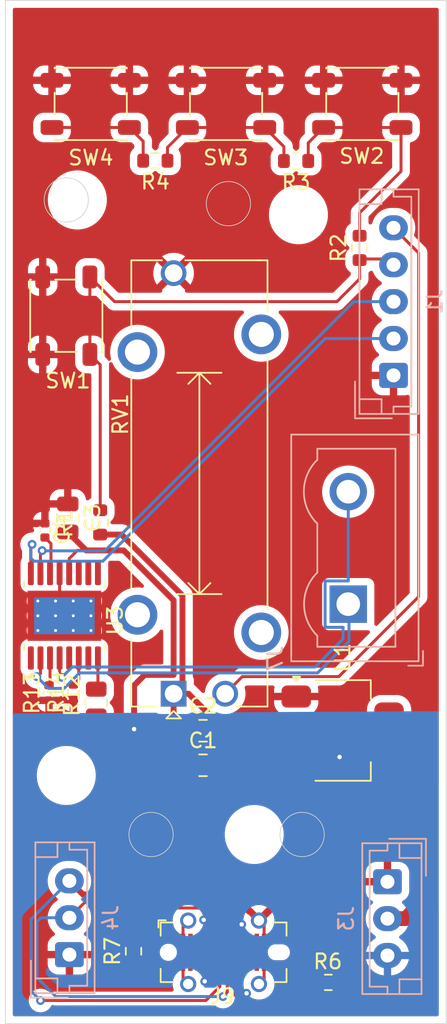
<source format=kicad_pcb>
(kicad_pcb (version 20241229) (generator "pcbnew") (generator_version "9.0")
  (layers (0 "F.Cu" signal) (2 "B.Cu" signal) (13 "F.Paste" user) (15 "B.Paste" user) (5 "F.SilkS" user "F.Silkscreen") (7 "B.SilkS" user "B.Silkscreen") (1 "F.Mask" user) (3 "B.Mask" user) (25 "Edge.Cuts" user))
  (net 0 "")
  (net 1 "GND")
  (net 2 "+5V")
  (net 3 "+3.3V")
  (net 4 "Net-(U3-VINT)")
  (net 5 "/AIN2")
  (net 6 "/AIN1")
  (net 7 "/USB D+")
  (net 8 "/USB D-")
  (net 9 "Net-(J7-Pin_2)")
  (net 10 "Net-(J7-Pin_1)")
  (net 12 "Net-(J9-CC2)")
  (net 13 "Net-(J9-CC1)")
  (net 15 "Net-(U3-~{FAULT})")
  (net 16 "Net-(U3-AISEN)")
  (net 17 "Net-(U3-BISEN)")
  (net 24 "Net-(R2-Pad2)")
  (net 25 "Net-(R3-Pad2)")
  (net 26 "Net-(R4-Pad2)")
  (net 27 "/BTN")
  (net 28 "/POT")
  (footprint "Resistor_SMD:R_0603_1608Metric" (layer "F.Cu") (at 130.04 89.34 180)
    (property "Reference" "R4" (at 0 -1.43 180) (layer "F.SilkS"))
    (property "Value" "1k")
    (pad "1" smd roundrect (at -0.825 0 180) (size 0.8 0.95) (layers "F.Cu" "F.Mask" "F.Paste") (net 25 "Net-(R3-Pad2)"))
    (pad "2" smd roundrect (at 0.825 0 180) (size 0.8 0.95) (layers "F.Cu" "F.Mask" "F.Paste") (net 26 "Net-(R4-Pad2)"))
  )
  (footprint "Capacitor_SMD:C_0805_2012Metric" (layer "F.Cu") (at 133.275 127.97)
    (property "Reference" "C2" (at 0 -1.68 0) (layer "F.SilkS"))
    (property "Value" "10u")
    (pad "1" smd roundrect (at -0.95 0) (size 1 1.45) (layers "F.Cu" "F.Mask" "F.Paste") (net 1 "GND"))
    (pad "2" smd roundrect (at 0.95 0) (size 1 1.45) (layers "F.Cu" "F.Mask" "F.Paste") (net 3 "+3.3V"))
  )
  (footprint "Potentiometer_THT:Potentiometer_Bourns_PTA1543_Single_Slide" (layer "F.Cu") (at 131.28 125.46 90)
    (property "Reference" "RV1" (at 18.93 -3.61 90) (layer "F.SilkS"))
    (property "Value" "Slide Pot")
    (pad "1" thru_hole rect (at 0 0 90) (size 1.75 1.75) (drill 1.2) (layers "*.Cu" "*.Mask") (net 3 "+3.3V"))
    (pad "2" thru_hole circle (at 0 3.5 90) (size 1.75 1.75) (drill 1.2) (layers "*.Cu" "*.Mask") (net 28 "/POT"))
    (pad "3" thru_hole circle (at 28.5 0 90) (size 1.75 1.75) (drill 1.2) (layers "*.Cu" "*.Mask") (net 1 "GND"))
    (pad "MP" thru_hole circle (at 4.15 5.95 90) (size 2.7 2.7) (drill 1.7) (layers "*.Cu" "*.Mask"))
    (pad "MP" thru_hole circle (at 5.35 -2.45 90) (size 2.7 2.7) (drill 1.7) (layers "*.Cu" "*.Mask"))
    (pad "MP" thru_hole circle (at 23.15 -2.45 90) (size 2.7 2.7) (drill 1.7) (layers "*.Cu" "*.Mask"))
    (pad "MP" thru_hole circle (at 24.35 5.95 90) (size 2.7 2.7) (drill 1.7) (layers "*.Cu" "*.Mask"))
  )
  (footprint "Resistor_SMD:R_0402_1005Metric" (layer "F.Cu") (at 122.83 125.4 90)
    (property "Reference" "R13" (at 0 -1.17 90) (layer "F.SilkS"))
    (property "Value" "1")
    (pad "1" smd roundrect (at -0.51 0 90) (size 0.54 0.64) (layers "F.Cu" "F.Mask" "F.Paste") (net 1 "GND"))
    (pad "2" smd roundrect (at 0.51 0 90) (size 0.54 0.64) (layers "F.Cu" "F.Mask" "F.Paste") (net 16 "Net-(U3-AISEN)"))
  )
  (footprint "Package_SO:HTSSOP-16-1EP_4.4x5mm_P0.65mm_EP3.4x5mm_Mask2.46x2.31mm_ThermalVias" (layer "F.Cu") (at 123.87 120.1775 90)
    (property "Reference" "U3" (at -0.3225 3.44 90) (layer "F.SilkS"))
    (property "Value" "DRV8833PWP")
    (pad "1" smd roundrect (at -2.8625 -2.275 90) (size 1.575 0.4) (layers "F.Cu" "F.Mask" "F.Paste"))
    (pad "2" smd roundrect (at -2.8625 -1.625 90) (size 1.575 0.4) (layers "F.Cu" "F.Mask" "F.Paste") (net 10 "Net-(J7-Pin_1)"))
    (pad "3" smd roundrect (at -2.8625 -0.975 90) (size 1.575 0.4) (layers "F.Cu" "F.Mask" "F.Paste") (net 16 "Net-(U3-AISEN)"))
    (pad "4" smd roundrect (at -2.8625 -0.325 90) (size 1.575 0.4) (layers "F.Cu" "F.Mask" "F.Paste") (net 9 "Net-(J7-Pin_2)"))
    (pad "5" smd roundrect (at -2.8625 0.325 90) (size 1.575 0.4) (layers "F.Cu" "F.Mask" "F.Paste"))
    (pad "6" smd roundrect (at -2.8625 0.975 90) (size 1.575 0.4) (layers "F.Cu" "F.Mask" "F.Paste") (net 17 "Net-(U3-BISEN)"))
    (pad "7" smd roundrect (at -2.8625 1.625 90) (size 1.575 0.4) (layers "F.Cu" "F.Mask" "F.Paste"))
    (pad "8" smd roundrect (at -2.8625 2.275 90) (size 1.575 0.4) (layers "F.Cu" "F.Mask" "F.Paste") (net 15 "Net-(U3-~{FAULT})"))
    (pad "9" smd roundrect (at 2.8625 2.275 90) (size 1.575 0.4) (layers "F.Cu" "F.Mask" "F.Paste"))
    (pad "10" smd roundrect (at 2.8625 1.625 90) (size 1.575 0.4) (layers "F.Cu" "F.Mask" "F.Paste"))
    (pad "11" smd roundrect (at 2.8625 0.975 90) (size 1.575 0.4) (layers "F.Cu" "F.Mask" "F.Paste"))
    (pad "12" smd roundrect (at 2.8625 0.325 90) (size 1.575 0.4) (layers "F.Cu" "F.Mask" "F.Paste") (net 2 "+5V"))
    (pad "13" smd roundrect (at 2.8625 -0.325 90) (size 1.575 0.4) (layers "F.Cu" "F.Mask" "F.Paste") (net 1 "GND"))
    (pad "14" smd roundrect (at 2.8625 -0.975 90) (size 1.575 0.4) (layers "F.Cu" "F.Mask" "F.Paste") (net 4 "Net-(U3-VINT)"))
    (pad "15" smd roundrect (at 2.8625 -1.625 90) (size 1.575 0.4) (layers "F.Cu" "F.Mask" "F.Paste") (net 5 "/AIN2"))
    (pad "16" smd roundrect (at 2.8625 -2.275 90) (size 1.575 0.4) (layers "F.Cu" "F.Mask" "F.Paste") (net 6 "/AIN1"))
    (pad "17" thru_hole circle (at -1 -1.8 90) (size 0.5 0.5) (drill 0.2) (property pad_prop_heatsink) (layers "*.Cu") (net 1 "GND"))
    (pad "17" thru_hole circle (at -1 -0.6 90) (size 0.5 0.5) (drill 0.2) (property pad_prop_heatsink) (layers "*.Cu") (net 1 "GND"))
    (pad "17" thru_hole circle (at -1 0.6 90) (size 0.5 0.5) (drill 0.2) (property pad_prop_heatsink) (layers "*.Cu") (net 1 "GND"))
    (pad "17" thru_hole circle (at -1 1.8 90) (size 0.5 0.5) (drill 0.2) (property pad_prop_heatsink) (layers "*.Cu") (net 1 "GND"))
    (pad "17" thru_hole circle (at 0 -1.8 90) (size 0.5 0.5) (drill 0.2) (property pad_prop_heatsink) (layers "*.Cu") (net 1 "GND"))
    (pad "17" thru_hole circle (at 0 -0.6 90) (size 0.5 0.5) (drill 0.2) (property pad_prop_heatsink) (layers "*.Cu") (net 1 "GND"))
    (pad "17" smd rect (at 0 0 90) (size 2.5 4.1) (property pad_prop_heatsink) (layers "B.Cu") (net 1 "GND"))
    (pad "17" smd rect (at 0 0 90) (size 3.4 5) (property pad_prop_heatsink) (layers "F.Cu") (net 1 "GND"))
    (pad "17" thru_hole circle (at 0 0.6 90) (size 0.5 0.5) (drill 0.2) (property pad_prop_heatsink) (layers "*.Cu") (net 1 "GND"))
    (pad "17" thru_hole circle (at 0 1.8 90) (size 0.5 0.5) (drill 0.2) (property pad_prop_heatsink) (layers "*.Cu") (net 1 "GND"))
    (pad "17" thru_hole circle (at 1 -1.8 90) (size 0.5 0.5) (drill 0.2) (property pad_prop_heatsink) (layers "*.Cu") (net 1 "GND"))
    (pad "17" thru_hole circle (at 1 -0.6 90) (size 0.5 0.5) (drill 0.2) (property pad_prop_heatsink) (layers "*.Cu") (net 1 "GND"))
    (pad "17" thru_hole circle (at 1 0.6 90) (size 0.5 0.5) (drill 0.2) (property pad_prop_heatsink) (layers "*.Cu") (net 1 "GND"))
    (pad "17" thru_hole circle (at 1 1.8 90) (size 0.5 0.5) (drill 0.2) (property pad_prop_heatsink) (layers "*.Cu") (net 1 "GND"))
  )
  (footprint "Capacitor_SMD:C_0402_1005Metric" (layer "F.Cu") (at 122.55 114.3975 -90)
    (property "Reference" "C4" (at 0 -1.16 90) (layer "F.SilkS"))
    (property "Value" "2.2u")
    (pad "1" smd roundrect (at -0.48 0 270) (size 0.56 0.62) (layers "F.Cu" "F.Mask" "F.Paste") (net 1 "GND"))
    (pad "2" smd roundrect (at 0.48 0 270) (size 0.56 0.62) (layers "F.Cu" "F.Mask" "F.Paste") (net 4 "Net-(U3-VINT)"))
  )
  (footprint "Capacitor_SMD:C_0805_2012Metric" (layer "F.Cu") (at 133.275 130.31)
    (property "Reference" "C1" (at 0 -1.68 0) (layer "F.SilkS"))
    (property "Value" "10u")
    (pad "1" smd roundrect (at -0.95 0) (size 1 1.45) (layers "F.Cu" "F.Mask" "F.Paste") (net 1 "GND"))
    (pad "2" smd roundrect (at 0.95 0) (size 1 1.45) (layers "F.Cu" "F.Mask" "F.Paste") (net 2 "+5V"))
  )
  (footprint "Package_TO_SOT_SMD:SOT-223-3_TabPin2" (layer "F.Cu") (at 142.75 127.95)
    (property "Reference" "U1" (at 0 -4.93 90) (layer "F.SilkS"))
    (property "Value" "NCP1117")
    (pad "1" smd roundrect (at -3.15 -2.3) (size 2 1.5) (layers "F.Cu" "F.Mask" "F.Paste") (net 1 "GND"))
    (pad "2" smd roundrect (at -3.15 0) (size 2 1.5) (layers "F.Cu" "F.Mask" "F.Paste") (net 3 "+3.3V"))
    (pad "2" smd roundrect (at 3.15 0) (size 2 3.8) (layers "F.Cu" "F.Mask" "F.Paste") (net 3 "+3.3V"))
    (pad "3" smd roundrect (at -3.15 2.3) (size 2 1.5) (layers "F.Cu" "F.Mask" "F.Paste") (net 2 "+5V"))
  )
  (footprint "Resistor_SMD:R_0603_1608Metric" (layer "F.Cu") (at 141.77576 145.02224 180)
    (property "Reference" "R6" (at 0.035 1.41 0) (layer "F.SilkS"))
    (property "Value" "5.1k")
    (pad "1" smd roundrect (at -0.825 0 180) (size 0.8 0.95) (layers "F.Cu" "F.Mask" "F.Paste") (net 1 "GND"))
    (pad "2" smd roundrect (at 0.825 0 180) (size 0.8 0.95) (layers "F.Cu" "F.Mask" "F.Paste") (net 12 "Net-(J9-CC2)"))
  )
  (footprint "Resistor_SMD:R_0603_1608Metric" (layer "F.Cu") (at 139.59 89.36 180)
    (property "Reference" "R3" (at 0 -1.43 180) (layer "F.SilkS"))
    (property "Value" "1k")
    (pad "1" smd roundrect (at -0.825 0 180) (size 0.8 0.95) (layers "F.Cu" "F.Mask" "F.Paste") (net 24 "Net-(R2-Pad2)"))
    (pad "2" smd roundrect (at 0.825 0 180) (size 0.8 0.95) (layers "F.Cu" "F.Mask" "F.Paste") (net 25 "Net-(R3-Pad2)"))
  )
  (footprint "Button_Switch_SMD:SW_SPST_PTS647_Sx38" (layer "F.Cu") (at 144.085 85.49 180)
    (property "Reference" "SW2" (at 0.035 -3.54 0) (layer "F.SilkS"))
    (property "Value" "Increment")
    (pad "1" smd roundrect (at -2.625 -1.6 180) (size 1.55 1) (layers "F.Cu" "F.Mask" "F.Paste") (net 24 "Net-(R2-Pad2)"))
    (pad "1" smd roundrect (at 2.625 -1.6 180) (size 1.55 1) (layers "F.Cu" "F.Mask" "F.Paste") (net 24 "Net-(R2-Pad2)"))
    (pad "2" smd roundrect (at -2.625 1.6 180) (size 1.55 1) (layers "F.Cu" "F.Mask" "F.Paste") (net 1 "GND"))
    (pad "2" smd roundrect (at 2.625 1.6 180) (size 1.55 1) (layers "F.Cu" "F.Mask" "F.Paste") (net 1 "GND"))
  )
  (footprint "Button_Switch_SMD:SW_SPST_PTS647_Sx38" (layer "F.Cu") (at 124 99.845 -90)
    (property "Reference" "SW1" (at 4.405 -0.11 0) (layer "F.SilkS"))
    (property "Value" "Trigger")
    (pad "1" smd roundrect (at -2.625 -1.6 270) (size 1.55 1) (layers "F.Cu" "F.Mask" "F.Paste") (net 27 "/BTN"))
    (pad "1" smd roundrect (at 2.625 -1.6 270) (size 1.55 1) (layers "F.Cu" "F.Mask" "F.Paste") (net 27 "/BTN"))
    (pad "2" smd roundrect (at -2.625 1.6 270) (size 1.55 1) (layers "F.Cu" "F.Mask" "F.Paste") (net 1 "GND"))
    (pad "2" smd roundrect (at 2.625 1.6 270) (size 1.55 1) (layers "F.Cu" "F.Mask" "F.Paste") (net 1 "GND"))
  )
  (footprint "Resistor_SMD:R_0805_2012Metric" (layer "F.Cu") (at 126.03 126.0625 90)
    (property "Reference" "R12" (at 0.5125 -1.65 90) (layer "F.SilkS"))
    (property "Value" "10k")
    (pad "1" smd roundrect (at -0.9125 0 90) (size 1.025 1.4) (layers "F.Cu" "F.Mask" "F.Paste") (roundrect_rratio 0.243902) (net 3 "+3.3V"))
    (pad "2" smd roundrect (at 0.9125 0 90) (size 1.025 1.4) (layers "F.Cu" "F.Mask" "F.Paste") (roundrect_rratio 0.243902) (net 15 "Net-(U3-~{FAULT})"))
  )
  (footprint "Resistor_SMD:R_0402_1005Metric" (layer "F.Cu") (at 124.48 125.36 90)
    (property "Reference" "R14" (at 0 -1.17 90) (layer "F.SilkS"))
    (property "Value" "1")
    (pad "1" smd roundrect (at -0.51 0 90) (size 0.54 0.64) (layers "F.Cu" "F.Mask" "F.Paste") (net 1 "GND"))
    (pad "2" smd roundrect (at 0.51 0 90) (size 0.54 0.64) (layers "F.Cu" "F.Mask" "F.Paste") (net 17 "Net-(U3-BISEN)"))
  )
  (footprint "Capacitor_SMD:C_0805_2012Metric" (layer "F.Cu") (at 124.1 113.55 -90)
    (property "Reference" "C3" (at 0 -1.68 90) (layer "F.SilkS"))
    (property "Value" "10u")
    (pad "1" smd roundrect (at -0.95 0 270) (size 1 1.45) (layers "F.Cu" "F.Mask" "F.Paste") (net 1 "GND"))
    (pad "2" smd roundrect (at 0.95 0 270) (size 1 1.45) (layers "F.Cu" "F.Mask" "F.Paste") (net 2 "+5V"))
  )
  (footprint "Resistor_SMD:R_0603_1608Metric" (layer "F.Cu") (at 143.9 95.25 90)
    (property "Reference" "R2" (at 0 -1.43 90) (layer "F.SilkS"))
    (property "Value" "1k")
    (pad "1" smd roundrect (at -0.825 0 90) (size 0.8 0.95) (layers "F.Cu" "F.Mask" "F.Paste") (net 27 "/BTN"))
    (pad "2" smd roundrect (at 0.825 0 90) (size 0.8 0.95) (layers "F.Cu" "F.Mask" "F.Paste") (net 24 "Net-(R2-Pad2)"))
  )
  (footprint "Connector_USB:USB_C_Receptacle_GCT_USB4115-03-C" (layer "F.Cu") (at 134.67076 142.98224)
    (property "Reference" "J9" (at -0.05 2.98 0) (layer "F.SilkS"))
    (property "Value" "USBC_RECP")
    (pad "" np_thru_hole circle (at -3.75 0) (size 0.66 0.66) (drill 0.66) (layers "*.Cu" "*.Mask"))
    (pad "" np_thru_hole oval (at 3.75 0) (size 1 0.58) (drill oval 1 0.58) (layers "*.Cu" "*.Mask"))
    (pad "A1" smd rect (at -2.75 -0.835) (size 0.3 0.85) (layers "F.Cu" "F.Mask" "F.Paste") (net 1 "GND"))
    (pad "A2" smd rect (at -2.25 -0.835) (size 0.3 0.85) (layers "F.Cu" "F.Mask" "F.Paste"))
    (pad "A3" smd rect (at -1.75 -0.835) (size 0.3 0.85) (layers "F.Cu" "F.Mask" "F.Paste"))
    (pad "A4" smd rect (at -1.25 -0.835) (size 0.3 0.85) (layers "F.Cu" "F.Mask" "F.Paste") (net 2 "+5V"))
    (pad "A5" smd rect (at -0.75 -0.835) (size 0.3 0.85) (layers "F.Cu" "F.Mask" "F.Paste") (net 13 "Net-(J9-CC1)"))
    (pad "A6" smd rect (at -0.25 -0.835) (size 0.3 0.85) (layers "F.Cu" "F.Mask" "F.Paste") (net 7 "/USB D+"))
    (pad "A7" smd rect (at 0.25 -0.835) (size 0.3 0.85) (layers "F.Cu" "F.Mask" "F.Paste") (net 8 "/USB D-"))
    (pad "A8" smd rect (at 0.75 -0.835) (size 0.3 0.85) (layers "F.Cu" "F.Mask" "F.Paste"))
    (pad "A9" smd rect (at 1.25 -0.835) (size 0.3 0.85) (layers "F.Cu" "F.Mask" "F.Paste") (net 2 "+5V"))
    (pad "A10" smd rect (at 1.75 -0.835) (size 0.3 0.85) (layers "F.Cu" "F.Mask" "F.Paste"))
    (pad "A11" smd rect (at 2.25 -0.835) (size 0.3 0.85) (layers "F.Cu" "F.Mask" "F.Paste"))
    (pad "A12" smd rect (at 2.75 -0.835) (size 0.3 0.85) (layers "F.Cu" "F.Mask" "F.Paste") (net 1 "GND"))
    (pad "B1" smd rect (at 2.75 0.835) (size 0.3 0.85) (layers "F.Cu" "F.Mask" "F.Paste") (net 1 "GND"))
    (pad "B2" smd rect (at 2.25 0.835) (size 0.3 0.85) (layers "F.Cu" "F.Mask" "F.Paste"))
    (pad "B3" smd rect (at 1.75 0.835) (size 0.3 0.85) (layers "F.Cu" "F.Mask" "F.Paste"))
    (pad "B4" smd rect (at 1.25 0.835) (size 0.3 0.85) (layers "F.Cu" "F.Mask" "F.Paste") (net 2 "+5V"))
    (pad "B5" smd rect (at 0.75 0.835) (size 0.3 0.85) (layers "F.Cu" "F.Mask" "F.Paste") (net 12 "Net-(J9-CC2)"))
    (pad "B6" smd rect (at 0.25 0.835) (size 0.3 0.85) (layers "F.Cu" "F.Mask" "F.Paste") (net 7 "/USB D+"))
    (pad "B7" smd rect (at -0.25 0.835) (size 0.3 0.85) (layers "F.Cu" "F.Mask" "F.Paste") (net 8 "/USB D-"))
    (pad "B8" smd rect (at -0.75 0.835) (size 0.3 0.85) (layers "F.Cu" "F.Mask" "F.Paste"))
    (pad "B9" smd rect (at -1.25 0.835) (size 0.3 0.85) (layers "F.Cu" "F.Mask" "F.Paste") (net 2 "+5V"))
    (pad "B10" smd rect (at -1.75 0.835) (size 0.3 0.85) (layers "F.Cu" "F.Mask" "F.Paste"))
    (pad "B11" smd rect (at -2.25 0.835) (size 0.3 0.85) (layers "F.Cu" "F.Mask" "F.Paste"))
    (pad "B12" smd rect (at -2.75 0.835) (size 0.3 0.85) (layers "F.Cu" "F.Mask" "F.Paste") (net 1 "GND"))
    (pad "S1" thru_hole circle (at -2.4 -2.15) (size 1.1 1.1) (drill 0.7) (property pad_prop_heatsink) (layers "*.Cu" "*.Mask" "F.Paste") (net 1 "GND"))
    (pad "S1" thru_hole circle (at -2.4 2.15) (size 1.1 1.1) (drill 0.7) (property pad_prop_heatsink) (layers "*.Cu" "*.Mask" "F.Paste") (net 1 "GND"))
    (pad "S1" thru_hole circle (at 2.4 -2.15) (size 1.1 1.1) (drill 0.7) (property pad_prop_heatsink) (layers "*.Cu" "*.Mask" "F.Paste") (net 1 "GND"))
    (pad "S1" thru_hole circle (at 2.4 2.15) (size 1.1 1.1) (drill 0.7) (property pad_prop_heatsink) (layers "*.Cu" "*.Mask" "F.Paste") (net 1 "GND"))
    (zone (net 0) (net_name "") (layer "F.Cu") (name "peg") (connect_pads (clearance 0)) (min_thickness 0.254)
      (keepout (tracks allowed) (vias allowed) (pads not_allowed) (copperpour not_allowed) (footprints not_allowed))
      (fill (thermal_gap 0.508) (thermal_bridge_width 0.508))
      (polygon (pts (xy 135.47076 141.18224) (xy 133.87076 141.18224) (xy 133.87076 140.48224) (xy 135.47076 140.48224)))
    )
    (zone (net 0) (net_name "") (layer "F.Cu") (name "peg") (connect_pads (clearance 0)) (min_thickness 0.254)
      (keepout (tracks allowed) (vias allowed) (pads not_allowed) (copperpour not_allowed) (footprints not_allowed))
      (fill (thermal_gap 0.508) (thermal_bridge_width 0.508))
      (polygon (pts (xy 135.47076 145.48224) (xy 133.87076 145.48224) (xy 133.87076 144.78224) (xy 135.47076 144.78224)))
    )
  )
  (footprint "Button_Switch_SMD:SW_SPST_PTS647_Sx38" (layer "F.Cu") (at 134.84 85.49 180)
    (property "Reference" "SW3" (at 0.02 -3.64 0) (layer "F.SilkS"))
    (property "Value" "Reset")
    (pad "1" smd roundrect (at -2.625 -1.6 180) (size 1.55 1) (layers "F.Cu" "F.Mask" "F.Paste") (net 25 "Net-(R3-Pad2)"))
    (pad "1" smd roundrect (at 2.625 -1.6 180) (size 1.55 1) (layers "F.Cu" "F.Mask" "F.Paste") (net 25 "Net-(R3-Pad2)"))
    (pad "2" smd roundrect (at -2.625 1.6 180) (size 1.55 1) (layers "F.Cu" "F.Mask" "F.Paste") (net 1 "GND"))
    (pad "2" smd roundrect (at 2.625 1.6 180) (size 1.55 1) (layers "F.Cu" "F.Mask" "F.Paste") (net 1 "GND"))
  )
  (footprint "Resistor_SMD:R_0603_1608Metric" (layer "F.Cu") (at 126.3 113.85 90)
    (property "Reference" "R1" (at -0.0775 -2.41 90) (layer "F.SilkS"))
    (property "Value" "1k")
    (pad "1" smd roundrect (at -0.825 0 90) (size 0.8 0.95) (layers "F.Cu" "F.Mask" "F.Paste") (net 3 "+3.3V"))
    (pad "2" smd roundrect (at 0.825 0 90) (size 0.8 0.95) (layers "F.Cu" "F.Mask" "F.Paste") (net 27 "/BTN"))
  )
  (footprint "Button_Switch_SMD:SW_SPST_PTS647_Sx38" (layer "F.Cu") (at 125.655 85.49 180)
    (property "Reference" "SW4" (at -0.01 -3.65 0) (layer "F.SilkS"))
    (property "Value" "Decrement")
    (pad "1" smd roundrect (at -2.625 -1.6 180) (size 1.55 1) (layers "F.Cu" "F.Mask" "F.Paste") (net 26 "Net-(R4-Pad2)"))
    (pad "1" smd roundrect (at 2.625 -1.6 180) (size 1.55 1) (layers "F.Cu" "F.Mask" "F.Paste") (net 26 "Net-(R4-Pad2)"))
    (pad "2" smd roundrect (at -2.625 1.6 180) (size 1.55 1) (layers "F.Cu" "F.Mask" "F.Paste") (net 1 "GND"))
    (pad "2" smd roundrect (at 2.625 1.6 180) (size 1.55 1) (layers "F.Cu" "F.Mask" "F.Paste") (net 1 "GND"))
  )
  (footprint "Resistor_SMD:R_0603_1608Metric" (layer "F.Cu") (at 128.56076 142.91224 90)
    (property "Reference" "R7" (at 0 -1.43 90) (layer "F.SilkS"))
    (property "Value" "5.1k")
    (pad "1" smd roundrect (at -0.825 0 90) (size 0.8 0.95) (layers "F.Cu" "F.Mask" "F.Paste") (net 1 "GND"))
    (pad "2" smd roundrect (at 0.825 0 90) (size 0.8 0.95) (layers "F.Cu" "F.Mask" "F.Paste") (net 13 "Net-(J9-CC1)"))
  )
  (footprint "Connector_JST:JST_EH_B3B-EH-A_1x03_P2.50mm_Vertical" (layer "B.Cu") (at 145.79076 138.20224 -90)
    (property "Reference" "J3" (at 2.5 2.8 90) (layer "B.SilkS") (effects (justify mirror)))
    (property "Value" "Power")
    (pad "1" thru_hole roundrect (at 0 0 270) (size 1.7 1.95) (drill 0.95) (layers "*.Cu" "*.Mask") (roundrect_rratio 0.147059) (net 1 "GND"))
    (pad "2" thru_hole oval (at 2.5 0 270) (size 1.7 1.95) (drill 0.95) (layers "*.Cu" "*.Mask") (net 3 "+3.3V"))
    (pad "3" thru_hole oval (at 5 0 270) (size 1.7 1.95) (drill 0.95) (layers "*.Cu" "*.Mask") (net 2 "+5V"))
  )
  (footprint "TerminalBlock_Wuerth:Wuerth_691311400102_P7.62mm" (layer "B.Cu") (at 143.13 119.39 90)
    (property "Reference" "J7" (at -3.69 -4.96 90) (layer "B.SilkS") (effects (justify mirror)))
    (property "Value" "DC Motor Terminal")
    (pad "1" thru_hole rect (at 0 0 90) (size 2.54 2.54) (drill 1.6) (layers "*.Cu" "*.Mask") (net 10 "Net-(J7-Pin_1)"))
    (pad "2" thru_hole circle (at 7.62 0 90) (size 2.54 2.54) (drill 1.6) (layers "*.Cu" "*.Mask") (net 9 "Net-(J7-Pin_2)"))
  )
  (footprint "Connector_JST:JST_EH_B3B-EH-A_1x03_P2.50mm_Vertical" (layer "B.Cu") (at 124.21076 143.14224 90)
    (property "Reference" "J4" (at 2.5 2.8 90) (layer "B.SilkS") (effects (justify mirror)))
    (property "Value" "USB Data")
    (pad "1" thru_hole roundrect (at 0 0 90) (size 1.7 1.95) (drill 0.95) (layers "*.Cu" "*.Mask") (roundrect_rratio 0.147059) (net 1 "GND"))
    (pad "2" thru_hole oval (at 2.5 0 90) (size 1.7 1.95) (drill 0.95) (layers "*.Cu" "*.Mask") (net 7 "/USB D+"))
    (pad "3" thru_hole oval (at 5 0 90) (size 1.7 1.95) (drill 0.95) (layers "*.Cu" "*.Mask") (net 8 "/USB D-"))
  )
  (footprint "Connector_JST:JST_EH_B5B-EH-A_1x05_P2.50mm_Vertical" (layer "B.Cu") (at 146.2 103.89 90)
    (property "Reference" "J1" (at 5 2.8 270) (layer "B.SilkS") (effects (justify mirror)))
    (property "Value" "MCU Controls")
    (pad "1" thru_hole roundrect (at 0 0 90) (size 1.7 1.95) (drill 0.95) (layers "*.Cu" "*.Mask") (roundrect_rratio 0.147059) (net 1 "GND"))
    (pad "2" thru_hole oval (at 2.5 0 90) (size 1.7 1.95) (drill 0.95) (layers "*.Cu" "*.Mask") (net 6 "/AIN1"))
    (pad "3" thru_hole oval (at 5 0 90) (size 1.7 1.95) (drill 0.95) (layers "*.Cu" "*.Mask") (net 5 "/AIN2"))
    (pad "4" thru_hole oval (at 7.5 0 90) (size 1.7 1.95) (drill 0.95) (layers "*.Cu" "*.Mask") (net 27 "/BTN"))
    (pad "5" thru_hole oval (at 10 0 90) (size 1.7 1.95) (drill 0.95) (layers "*.Cu" "*.Mask") (net 28 "/POT"))
  )
  (gr_circle (center 140 135) (end 141.5 135) (stroke (width 0.05)) (fill no) (layer "Edge.Cuts"))
  (gr_circle (center 135 92.25) (end 136.5 92.25) (stroke (width 0.05)) (fill no) (layer "Edge.Cuts"))
  (gr_rect (start 119.87 78.48) (end 149.77 147.82) (stroke (width 0.05)) (fill no) (layer "Edge.Cuts"))
  (gr_circle (center 124 92) (end 125.5 92) (stroke (width 0.05)) (fill no) (layer "Edge.Cuts"))
  (gr_circle (center 129.75 135) (end 131.25 135) (stroke (width 0.05)) (fill no) (layer "Edge.Cuts"))
  (segment (start 132.03076 140.59224) (end 132.27076 140.83224) (width 0.2) (layer "F.Cu") (net 1))
  (segment (start 131.92076 141.18224) (end 132.27076 140.83224) (width 0.2) (layer "F.Cu") (net 1))
  (segment (start 131.92076 143.81724) (end 131.15576 143.81724) (width 0.2) (layer "F.Cu") (net 1))
  (segment (start 137.07076 140.83224) (end 137.24076 140.66224) (width 0.2) (layer "F.Cu") (net 1))
  (segment (start 137.42076 141.18224) (end 137.42076 142.14724) (width 0.2) (layer "F.Cu") (net 1))
  (segment (start 137.42076 144.78224) (end 137.07076 145.13224) (width 0.2) (layer "F.Cu") (net 1))
  (segment (start 137.42076 143.81724) (end 137.81576 143.81724) (width 0.2) (layer "F.Cu") (net 1))
  (segment (start 145.79076 138.20224) (end 145.78076 138.19224) (width 1) (layer "F.Cu") (net 1))
  (segment (start 123.545 117.315) (end 123.545 119.8525) (width 0.2) (layer "F.Cu") (net 1))
  (segment (start 131.92076 142.14724) (end 131.14576 142.14724) (width 0.2) (layer "F.Cu") (net 1))
  (segment (start 131.92076 142.14724) (end 131.92076 143.81724) (width 0.2) (layer "F.Cu") (net 1))
  (segment (start 137.82576 142.14724) (end 138.36076 141.61224) (width 0.2) (layer "F.Cu") (net 1))
  (segment (start 137.07076 140.83224) (end 137.42076 141.18224) (width 0.2) (layer "F.Cu") (net 1))
  (segment (start 145.83076 138.16224) (end 145.79076 138.20224) (width 1) (layer "F.Cu") (net 1))
  (segment (start 131.14576 142.14724) (end 130.86076 141.86224) (width 0.2) (layer "F.Cu") (net 1))
  (segment (start 131.15576 143.81724) (end 130.86076 144.11224) (width 0.2) (layer "F.Cu") (net 1))
  (segment (start 137.42076 142.14724) (end 137.82576 142.14724) (width 0.2) (layer "F.Cu") (net 1))
  (segment (start 131.92076 143.81724) (end 131.92076 144.78224) (width 0.2) (layer "F.Cu") (net 1))
  (segment (start 124.21076 142.60108) (end 124.21076 143.14224) (width 0.2) (layer "F.Cu") (net 1))
  (segment (start 124.21076 143.36224) (end 124.21076 143.14224) (width 0.2) (layer "F.Cu") (net 1))
  (segment (start 137.81576 143.81724) (end 138.36076 144.36224) (width 0.2) (layer "F.Cu") (net 1))
  (segment (start 131.92076 144.78224) (end 132.27076 145.13224) (width 0.2) (layer "F.Cu") (net 1))
  (segment (start 137.42076 143.81724) (end 137.42076 144.78224) (width 0.2) (layer "F.Cu") (net 1))
  (segment (start 131.92076 142.14724) (end 131.92076 141.18224) (width 0.2) (layer "F.Cu") (net 1))
  (segment (start 124.485 119.8525) (end 124.16 120.1775) (width 0.2) (layer "B.Cu") (net 1))
  (segment (start 134.75 130.31) (end 134.81 130.25) (width 0.8) (layer "F.Cu") (net 2))
  (segment (start 133.42076 142.14724) (end 133.42076 140.89077) (width 0.2) (layer "F.Cu") (net 2))
  (segment (start 129.316 124.184) (end 131.28 124.184) (width 0.4) (layer "F.Cu") (net 2))
  (segment (start 124.195 117.315) (end 124.195 116.305) (width 0.2) (layer "F.Cu") (net 2))
  (segment (start 124.195 114.595) (end 124.1 114.5) (width 0.2) (layer "F.Cu") (net 2))
  (segment (start 133.42076 144.92224) (end 133.39076 144.95224) (width 0.2) (layer "F.Cu") (net 2))
  (segment (start 124.75 115.75) (end 125.35 115.75) (width 0.2) (layer "F.Cu") (net 2))
  (segment (start 142.04 130.25) (end 142.54 129.75) (width 0.4) (layer "F.Cu") (net 2))
  (segment (start 124.2 117.31) (end 124.195 117.315) (width 0.2) (layer "F.Cu") (net 2))
  (segment (start 133.42076 140.89077) (end 133.319907 140.789917) (width 0.2) (layer "F.Cu") (net 2))
  (segment (start 136.230759 145.76224) (end 135.92076 145.452241) (width 0.2) (layer "F.Cu") (net 2))
  (segment (start 125.35 115.75) (end 124.1 114.5) (width 0.4) (layer "F.Cu") (net 2))
  (segment (start 124.25 114.65) (end 124.1 114.5) (width 0.2) (layer "F.Cu") (net 2))
  (segment (start 139.6 130.25) (end 142.04 130.25) (width 0.4) (layer "F.Cu") (net 2))
  (segment (start 135.92076 145.452241) (end 135.92076 143.81724) (width 0.2) (layer "F.Cu") (net 2))
  (segment (start 131.28 124.184) (end 131.28 119.13) (width 0.4) (layer "F.Cu") (net 2))
  (segment (start 128.6 127.86) (end 128.6 124.9) (width 0.4) (layer "F.Cu") (net 2))
  (segment (start 135.90076 141.09224) (end 135.90076 142.12724) (width 0.2) (layer "F.Cu") (net 2))
  (segment (start 127.9 115.75) (end 125.35 115.75) (width 0.4) (layer "F.Cu") (net 2))
  (segment (start 128.6 124.9) (end 129.316 124.184) (width 0.4) (layer "F.Cu") (net 2))
  (segment (start 134.81 130.25) (end 139.6 130.25) (width 0.8) (layer "F.Cu") (net 2))
  (segment (start 135.90076 142.12724) (end 135.92076 142.14724) (width 0.2) (layer "F.Cu") (net 2))
  (segment (start 139.59 130.26) (end 139.6 130.25) (width 0.4) (layer "F.Cu") (net 2))
  (segment (start 133.42076 143.81724) (end 133.42076 144.92224) (width 0.2) (layer "F.Cu") (net 2))
  (segment (start 124.195 116.305) (end 124.75 115.75) (width 0.2) (layer "F.Cu") (net 2))
  (segment (start 131.28 119.13) (end 127.9 115.75) (width 0.4) (layer "F.Cu") (net 2))
  (via (at 133.319907 140.789917) (size 0.6) (drill 0.3) (layers "F.Cu" "B.Cu") (net 2))
  (via (at 128.6 127.86) (size 0.8) (drill 0.3) (layers "F.Cu" "B.Cu") (net 2))
  (via (at 136.230759 145.76224) (size 0.6) (drill 0.3) (layers "F.Cu" "B.Cu") (net 2))
  (via (at 142.54 129.75) (size 0.8) (drill 0.3) (layers "F.Cu" "B.Cu") (net 2))
  (via (at 133.39076 144.95224) (size 0.6) (drill 0.3) (layers "F.Cu" "B.Cu") (net 2))
  (via (at 135.90076 141.09224) (size 0.6) (drill 0.3) (layers "F.Cu" "B.Cu") (net 2))
  (segment (start 127.75 114.675) (end 126.3 114.675) (width 0.4) (layer "F.Cu") (net 3))
  (segment (start 131.28 125.46) (end 131.28 126.97) (width 0.4) (layer "F.Cu") (net 3))
  (segment (start 131.28 126.97) (end 129.589 128.661) (width 0.4) (layer "F.Cu") (net 3))
  (segment (start 145.79076 140.70224) (end 147.02076 140.70224) (width 1) (layer "F.Cu") (net 3))
  (segment (start 145.93 127.98) (end 145.9 127.95) (width 1) (layer "F.Cu") (net 3))
  (segment (start 131.28 125.46) (end 131.881 124.859) (width 0.4) (layer "F.Cu") (net 3))
  (segment (start 132.29 125.46) (end 133.25 126.42) (width 0.4) (layer "F.Cu") (net 3))
  (segment (start 145.9 128.18) (end 145.9 127.95) (width 0.2) (layer "F.Cu") (net 3))
  (segment (start 148.11076 136.61224) (end 148.11076 132.11076) (width 1) (layer "F.Cu") (net 3))
  (segment (start 134.225 127.97) (end 134.225 127.395) (width 0.4) (layer "F.Cu") (net 3))
  (segment (start 148.11076 139.61224) (end 148.11076 136.61224) (width 1) (layer "F.Cu") (net 3))
  (segment (start 129.589 128.661) (end 127.716 128.661) (width 0.4) (layer "F.Cu") (net 3))
  (segment (start 131.881 118.806) (end 127.75 114.675) (width 0.4) (layer "F.Cu") (net 3))
  (segment (start 147.02076 140.70224) (end 148.11076 139.61224) (width 1) (layer "F.Cu") (net 3))
  (segment (start 139.58 127.97) (end 139.6 127.95) (width 0.2) (layer "F.Cu") (net 3))
  (segment (start 131.881 124.859) (end 131.881 118.806) (width 0.4) (layer "F.Cu") (net 3))
  (segment (start 145.9 127.95) (end 139.6 127.95) (width 1) (layer "F.Cu") (net 3))
  (segment (start 134.75 127.97) (end 139.58 127.97) (width 1) (layer "F.Cu") (net 3))
  (segment (start 134.225 127.395) (end 133.25 126.42) (width 0.4) (layer "F.Cu") (net 3))
  (segment (start 131.28 125.46) (end 132.29 125.46) (width 0.4) (layer "F.Cu") (net 3))
  (segment (start 127.716 128.661) (end 126.03 126.975) (width 0.4) (layer "F.Cu") (net 3))
  (segment (start 145.93 129.93) (end 145.93 127.98) (width 1) (layer "F.Cu") (net 3))
  (segment (start 148.11076 132.11076) (end 145.93 129.93) (width 1) (layer "F.Cu") (net 3))
  (segment (start 145.30076 140.64224) (end 145.34076 140.68224) (width 0.2) (layer "F.Cu") (net 3))
  (segment (start 122.55 114.8775) (end 122.960025 115.287525) (width 0.2) (layer "F.Cu") (net 4))
  (segment (start 122.960025 117.249975) (end 122.895 117.315) (width 0.2) (layer "F.Cu") (net 4))
  (segment (start 122.960025 115.287525) (end 122.960025 117.249975) (width 0.2) (layer "F.Cu") (net 4))
  (segment (start 122.245 117.315) (end 122.245 115.877024) (width 0.2) (layer "F.Cu") (net 5))
  (segment (start 122.245 115.877024) (end 122.359025 115.762999) (width 0.2) (layer "F.Cu") (net 5))
  (via (at 122.359025 115.762999) (size 0.6) (drill 0.3) (layers "F.Cu" "B.Cu") (net 5))
  (segment (start 126.61263 115.78) (end 143.50263 98.89) (width 0.2) (layer "B.Cu") (net 5))
  (segment (start 122.376026 115.78) (end 126.61263 115.78) (width 0.2) (layer "B.Cu") (net 5))
  (segment (start 122.359025 115.762999) (end 122.376026 115.78) (width 0.2) (layer "B.Cu") (net 5))
  (segment (start 143.50263 98.89) (end 146.2 98.89) (width 0.2) (layer "B.Cu") (net 5))
  (segment (start 146.2 101.39) (end 146.2 101.45) (width 0.2) (layer "F.Cu") (net 6))
  (segment (start 121.595 116.345) (end 121.595 117.315) (width 0.2) (layer "F.Cu") (net 6))
  (segment (start 121.6 116.34) (end 121.595 116.345) (width 0.2) (layer "F.Cu") (net 6))
  (segment (start 121.6 115.42) (end 121.6 116.34) (width 0.2) (layer "F.Cu") (net 6))
  (segment (start 146.2 101.45) (end 146.05 101.6) (width 0.2) (layer "F.Cu") (net 6))
  (segment (start 121.68 115.34) (end 121.6 115.42) (width 0.2) (layer "F.Cu") (net 6))
  (via (at 121.68 115.34) (size 0.6) (drill 0.3) (layers "F.Cu" "B.Cu") (net 6))
  (segment (start 121.58 116.26) (end 121.8 116.48) (width 0.2) (layer "B.Cu") (net 6))
  (segment (start 121.8 116.48) (end 126.47973 116.48) (width 0.2) (layer "B.Cu") (net 6))
  (segment (start 121.58 115.44) (end 121.58 116.26) (width 0.2) (layer "B.Cu") (net 6))
  (segment (start 126.47973 116.48) (end 141.56973 101.39) (width 0.2) (layer "B.Cu") (net 6))
  (segment (start 121.68 115.34) (end 121.58 115.44) (width 0.2) (layer "B.Cu") (net 6))
  (segment (start 141.56973 101.39) (end 146.2 101.39) (width 0.2) (layer "B.Cu") (net 6))
  (segment (start 134.41976 140.41976) (end 133.58024 139.58024) (width 0.2) (layer "F.Cu") (net 7))
  (segment (start 125.27276 139.58024) (end 124.21076 140.64224) (width 0.2) (layer "F.Cu") (net 7))
  (segment (start 134.42076 142.14724) (end 134.42076 141.210761) (width 0.2) (layer "F.Cu") (net 7))
  (segment (start 134.41976 141.209761) (end 134.41976 140.41976) (width 0.2) (layer "F.Cu") (net 7))
  (segment (start 134.42076 141.210761) (end 134.41976 141.209761) (width 0.2) (layer "F.Cu") (net 7))
  (segment (start 133.58024 139.58024) (end 125.27276 139.58024) (width 0.2) (layer "F.Cu") (net 7))
  (segment (start 134.92076 145.690753) (end 134.92076 143.81724) (width 0.2) (layer "F.Cu") (net 7))
  (segment (start 134.628273 145.98324) (end 134.92076 145.690753) (width 0.2) (layer "F.Cu") (net 7))
  (segment (start 134.43076 142.13724) (end 134.42076 142.14724) (width 0.2) (layer "F.Cu") (net 7))
  (via (at 134.628273 145.98324) (size 0.6) (drill 0.3) (layers "F.Cu" "B.Cu") (net 7))
  (segment (start 122.01176 140.90834) (end 122.27786 140.64224) (width 0.2) (layer "B.Cu") (net 7))
  (segment (start 134.628273 145.98324) (end 123.29886 145.98324) (width 0.2) (layer "B.Cu") (net 7))
  (segment (start 123.29886 145.98324) (end 122.01176 144.69614) (width 0.2) (layer "B.Cu") (net 7))
  (segment (start 122.01176 144.69614) (end 122.01176 140.90834) (width 0.2) (layer "B.Cu") (net 7))
  (segment (start 122.27786 140.64224) (end 124.21076 140.64224) (width 0.2) (layer "B.Cu") (net 7))
  (segment (start 132.92076 139.06224) (end 125.13076 139.06224) (width 0.4) (layer "F.Cu") (net 8))
  (segment (start 134.42076 143.24124) (end 134.42076 143.81724) (width 0.2) (layer "F.Cu") (net 8))
  (segment (start 132.93776 139.07924) (end 132.92076 139.06224) (width 0.4) (layer "F.Cu") (net 8))
  (segment (start 133.78776 139.07924) (end 132.93776 139.07924) (width 0.4) (layer "F.Cu") (net 8))
  (segment (start 134.92076 140.21224) (end 133.78776 139.07924) (width 0.4) (layer "F.Cu") (net 8))
  (segment (start 133.473 146.25) (end 134.42076 145.30224) (width 0.2) (layer "F.Cu") (net 8))
  (segment (start 134.92076 141.00224) (end 134.92076 142.14724) (width 0.2) (layer "F.Cu") (net 8))
  (segment (start 134.92076 142.74124) (end 134.42076 143.24124) (width 0.2) (layer "F.Cu") (net 8))
  (segment (start 134.42076 145.30224) (end 134.42076 143.81724) (width 0.2) (layer "F.Cu") (net 8))
  (segment (start 134.92076 142.14724) (end 134.92076 142.74124) (width 0.2) (layer "F.Cu") (net 8))
  (segment (start 122.25 146.25) (end 133.473 146.25) (width 0.2) (layer "F.Cu") (net 8))
  (segment (start 134.92076 141.00224) (end 134.92076 140.21224) (width 0.4) (layer "F.Cu") (net 8))
  (segment (start 125.13076 139.06224) (end 124.21076 138.14224) (width 0.4) (layer "F.Cu") (net 8))
  (via (at 122.25 146.25) (size 0.6) (drill 0.3) (layers "F.Cu" "B.Cu") (net 8))
  (segment (start 122.25 146.25) (end 121.61076 145.61076) (width 0.2) (layer "B.Cu") (net 8))
  (segment (start 121.61076 145.61076) (end 121.61076 140.74224) (width 0.2) (layer "B.Cu") (net 8))
  (segment (start 121.61076 140.74224) (end 124.21076 138.14224) (width 0.2) (layer "B.Cu") (net 8))
  (segment (start 123.545 124.195) (end 123.7 124.35) (width 0.2) (layer "F.Cu") (net 9))
  (segment (start 123.545 123.04) (end 123.545 124.195) (width 0.2) (layer "F.Cu") (net 9))
  (via (at 123.7 124.35) (size 0.6) (drill 0.3) (layers "F.Cu" "B.Cu") (net 9))
  (segment (start 140.8839 123.649) (end 141.4039 123.129) (width 0.2) (layer "B.Cu") (net 9))
  (segment (start 142.779 120.961) (end 141.559 120.961) (width 0.2) (layer "B.Cu") (net 9))
  (segment (start 141.4039 123.129) (end 141.4039 123.1239) (width 0.2) (layer "B.Cu") (net 9))
  (segment (start 141.559 117.819) (end 143.13 117.819) (width 0.2) (layer "B.Cu") (net 9))
  (segment (start 141.4039 123.1239) (end 142.779 121.7488) (width 0.2) (layer "B.Cu") (net 9))
  (segment (start 143.13 117.819) (end 143.13 111.77) (width 0.2) (layer "B.Cu") (net 9))
  (segment (start 141.559 120.961) (end 141.559 117.819) (width 0.2) (layer "B.Cu") (net 9))
  (segment (start 123.7 124.35) (end 124.401 123.649) (width 0.2) (layer "B.Cu") (net 9))
  (segment (start 142.779 121.7488) (end 142.779 120.961) (width 0.2) (layer "B.Cu") (net 9))
  (segment (start 124.401 123.649) (end 140.8839 123.649) (width 0.2) (layer "B.Cu") (net 9))
  (segment (start 122.245 124.105) (end 122.245 123.04) (width 0.2) (layer "F.Cu") (net 10))
  (segment (start 122 124.3) (end 122.05 124.3) (width 0.2) (layer "F.Cu") (net 10))
  (segment (start 122.05 124.3) (end 122.245 124.105) (width 0.2) (layer "F.Cu") (net 10))
  (via (at 122 124.3) (size 0.6) (drill 0.3) (layers "F.Cu" "B.Cu") (net 10))
  (segment (start 141.8049 123.2951) (end 141.8049 123.29) (width 0.2) (layer "B.Cu") (net 10))
  (segment (start 122.8 125.1) (end 123.85 125.1) (width 0.2) (layer "B.Cu") (net 10))
  (segment (start 141.8049 123.29) (end 143.18 121.9149) (width 0.2) (layer "B.Cu") (net 10))
  (segment (start 143.18 121.9149) (end 143.18 119.44) (width 0.2) (layer "B.Cu") (net 10))
  (segment (start 123.85 125.1) (end 124.9 124.05) (width 0.2) (layer "B.Cu") (net 10))
  (segment (start 124.9 124.05) (end 141.05 124.05) (width 0.2) (layer "B.Cu") (net 10))
  (segment (start 122 124.3) (end 122.8 125.1) (width 0.2) (layer "B.Cu") (net 10))
  (segment (start 143.18 119.44) (end 143.13 119.39) (width 0.2) (layer "B.Cu") (net 10))
  (segment (start 141.05 124.05) (end 141.8049 123.2951) (width 0.2) (layer "B.Cu") (net 10))
  (segment (start 135.42076 143.81724) (end 135.42076 145.86224) (width 0.2) (layer "F.Cu") (net 12))
  (segment (start 139.61076 146.36224) (end 140.95076 145.02224) (width 0.2) (layer "F.Cu") (net 12))
  (segment (start 135.92076 146.36224) (end 139.61076 146.36224) (width 0.2) (layer "F.Cu") (net 12))
  (segment (start 135.42076 145.86224) (end 135.92076 146.36224) (width 0.2) (layer "F.Cu") (net 12))
  (segment (start 133.92076 140.54224) (end 133.92076 142.14724) (width 0.2) (layer "F.Cu") (net 13))
  (segment (start 128.56076 141.08124) (end 129.66076 139.98124) (width 0.2) (layer "F.Cu") (net 13))
  (segment (start 129.66076 139.98124) (end 133.35976 139.98124) (width 0.2) (layer "F.Cu") (net 13))
  (segment (start 133.35976 139.98124) (end 133.92076 140.54224) (width 0.2) (layer "F.Cu") (net 13))
  (segment (start 128.56076 142.08724) (end 128.56076 141.08124) (width 0.2) (layer "F.Cu") (net 13))
  (segment (start 126.145 125.035) (end 126.145 123.04) (width 0.2) (layer "F.Cu") (net 15))
  (segment (start 126.03 125.15) (end 126.145 125.035) (width 0.2) (layer "F.Cu") (net 15))
  (segment (start 122.895 124.825) (end 122.895 123.17) (width 0.2) (layer "F.Cu") (net 16))
  (segment (start 122.895 123.17) (end 122.83 123.105) (width 0.2) (layer "F.Cu") (net 16))
  (segment (start 122.83 124.89) (end 122.895 124.825) (width 0.2) (layer "F.Cu") (net 16))
  (segment (start 124.48 124.85) (end 124.845 124.485) (width 0.2) (layer "F.Cu") (net 17))
  (segment (start 124.845 124.485) (end 124.845 123.04) (width 0.2) (layer "F.Cu") (net 17))
  (segment (start 143.9 92.87) (end 146.71 90.06) (width 0.2) (layer "F.Cu") (net 24))
  (segment (start 140.415 89.36) (end 140.415 88.135) (width 0.2) (layer "F.Cu") (net 24))
  (segment (start 141.46 87.09) (end 146.71 87.09) (width 0.2) (layer "F.Cu") (net 24))
  (segment (start 146.71 90.06) (end 146.71 87.09) (width 0.2) (layer "F.Cu") (net 24))
  (segment (start 143.9 92.87) (end 143.9 94.425) (width 0.2) (layer "F.Cu") (net 24))
  (segment (start 140.415 88.135) (end 141.46 87.09) (width 0.2) (layer "F.Cu") (net 24))
  (segment (start 147.09 87.26) (end 147.26 87.09) (width 0.2) (layer "F.Cu") (net 24))
  (segment (start 147.09 87.47) (end 146.71 87.09) (width 0.2) (layer "F.Cu") (net 24))
  (segment (start 130.865 88.44) (end 132.215 87.09) (width 0.2) (layer "F.Cu") (net 25))
  (segment (start 138.765 88.39) (end 138.765 89.36) (width 0.2) (layer "F.Cu") (net 25))
  (segment (start 130.865 89.34) (end 130.865 88.44) (width 0.2) (layer "F.Cu") (net 25))
  (segment (start 137.465 87.09) (end 138.765 88.39) (width 0.2) (layer "F.Cu") (net 25))
  (segment (start 137.465 87.09) (end 132.215 87.09) (width 0.2) (layer "F.Cu") (net 25))
  (segment (start 129.215 88.025) (end 129.215 89.34) (width 0.2) (layer "F.Cu") (net 26))
  (segment (start 128.28 87.09) (end 123.03 87.09) (width 0.2) (layer "F.Cu") (net 26))
  (segment (start 128.28 87.09) (end 129.215 88.025) (width 0.2) (layer "F.Cu") (net 26))
  (segment (start 125.6 102.47) (end 125.6 97.22) (width 0.2) (layer "F.Cu") (net 27))
  (segment (start 145.81 96) (end 143.975 96) (width 0.2) (layer "F.Cu") (net 27))
  (segment (start 143.975 96) (end 143.9 96.075) (width 0.2) (layer "F.Cu") (net 27))
  (segment (start 143.9 97.35) (end 143.9 96.075) (width 0.2) (layer "F.Cu") (net 27))
  (segment (start 126.3 103.17) (end 125.6 102.47) (width 0.2) (layer "F.Cu") (net 27))
  (segment (start 125.6 97.22) (end 127.27 98.89) (width 0.2) (layer "F.Cu") (net 27))
  (segment (start 146.2 96.39) (end 145.81 96) (width 0.2) (layer "F.Cu") (net 27))
  (segment (start 142.36 98.89) (end 143.9 97.35) (width 0.2) (layer "F.Cu") (net 27))
  (segment (start 127.27 98.89) (end 142.36 98.89) (width 0.2) (layer "F.Cu") (net 27))
  (segment (start 126.3 113.025) (end 126.3 103.17) (width 0.2) (layer "F.Cu") (net 27))
  (segment (start 134.78 125.46) (end 135.94 124.3) (width 0.2) (layer "F.Cu") (net 28))
  (segment (start 142.49 124.3) (end 147.9 118.89) (width 0.2) (layer "F.Cu") (net 28))
  (segment (start 147.9 118.89) (end 147.9 95.59) (width 0.2) (layer "F.Cu") (net 28))
  (segment (start 135.94 124.3) (end 142.49 124.3) (width 0.2) (layer "F.Cu") (net 28))
  (segment (start 147.9 95.59) (end 146.2 93.89) (width 0.2) (layer "F.Cu") (net 28))
  (zone (net 1) (net_name "GND") (layer "F.Cu") (connect_pads (clearance 0.5)) (min_thickness 0.25) (fill yes (thermal_gap 0.5) (thermal_bridge_width 0.5))
    (polygon (pts (xy 119.84 78.45) (xy 149.73 78.45) (xy 149.83 147.85) (xy 119.93 147.85)))
  )
  (zone (net 2) (net_name "+5V") (layer "B.Cu") (priority 1) (connect_pads (clearance 0.5)) (min_thickness 0.25) (fill yes (thermal_gap 0.5) (thermal_bridge_width 0.5))
    (polygon (pts (xy 119.9 147.85) (xy 119.87 126.8) (xy 149.73 126.64) (xy 149.8 147.85)))
  )
)
</source>
